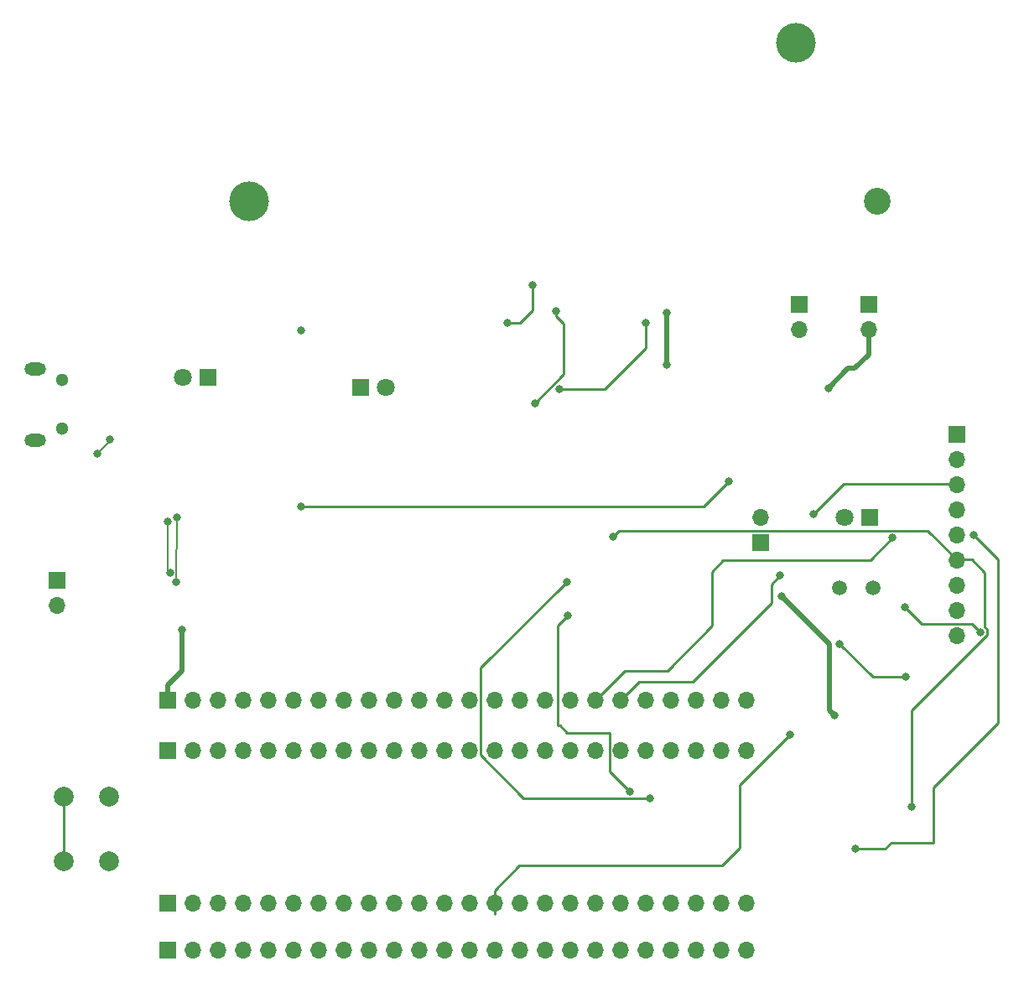
<source format=gbr>
%TF.GenerationSoftware,KiCad,Pcbnew,(7.0.0)*%
%TF.CreationDate,2023-04-24T10:58:27+02:00*%
%TF.ProjectId,Main Schematic,4d61696e-2053-4636-9865-6d617469632e,rev?*%
%TF.SameCoordinates,Original*%
%TF.FileFunction,Copper,L2,Bot*%
%TF.FilePolarity,Positive*%
%FSLAX46Y46*%
G04 Gerber Fmt 4.6, Leading zero omitted, Abs format (unit mm)*
G04 Created by KiCad (PCBNEW (7.0.0)) date 2023-04-24 10:58:27*
%MOMM*%
%LPD*%
G01*
G04 APERTURE LIST*
%TA.AperFunction,ComponentPad*%
%ADD10R,1.700000X1.700000*%
%TD*%
%TA.AperFunction,ComponentPad*%
%ADD11O,1.700000X1.700000*%
%TD*%
%TA.AperFunction,ComponentPad*%
%ADD12C,4.000000*%
%TD*%
%TA.AperFunction,ComponentPad*%
%ADD13C,2.700000*%
%TD*%
%TA.AperFunction,ComponentPad*%
%ADD14R,1.800000X1.800000*%
%TD*%
%TA.AperFunction,ComponentPad*%
%ADD15C,1.800000*%
%TD*%
%TA.AperFunction,ComponentPad*%
%ADD16C,1.300000*%
%TD*%
%TA.AperFunction,ComponentPad*%
%ADD17O,2.200000X1.300000*%
%TD*%
%TA.AperFunction,ComponentPad*%
%ADD18C,2.000000*%
%TD*%
%TA.AperFunction,ComponentPad*%
%ADD19C,1.500000*%
%TD*%
%TA.AperFunction,ViaPad*%
%ADD20C,0.800000*%
%TD*%
%TA.AperFunction,Conductor*%
%ADD21C,0.500000*%
%TD*%
%TA.AperFunction,Conductor*%
%ADD22C,0.250000*%
%TD*%
%TA.AperFunction,Conductor*%
%ADD23C,0.200000*%
%TD*%
G04 APERTURE END LIST*
D10*
%TO.P,J7,1,Pin_1*%
%TO.N,/USB D+*%
X104912885Y-96369186D03*
D11*
%TO.P,J7,2,Pin_2*%
%TO.N,/USB D-*%
X104912885Y-98909186D03*
%TD*%
D12*
%TO.P,BT1,*%
%TO.N,*%
X124312886Y-58109187D03*
X179512886Y-42109187D03*
D13*
X187732886Y-58109187D03*
%TD*%
D14*
%TO.P,D3,1,K*%
%TO.N,GND*%
X186894999Y-90049999D03*
D15*
%TO.P,D3,2,A*%
%TO.N,Net-(D3-A)*%
X184355000Y-90050000D03*
%TD*%
D10*
%TO.P,J3,1,Pin_1*%
%TO.N,/3.3V*%
X116052885Y-113599186D03*
D11*
%TO.P,J3,2,Pin_2*%
%TO.N,GND*%
X118592885Y-113599186D03*
%TO.P,J3,3,Pin_3*%
%TO.N,/PB9*%
X121132885Y-113599186D03*
%TO.P,J3,4,Pin_4*%
%TO.N,/PB8*%
X123672885Y-113599186D03*
%TO.P,J3,5,Pin_5*%
%TO.N,/BOOT*%
X126212885Y-113599186D03*
%TO.P,J3,6,Pin_6*%
%TO.N,/PB7*%
X128752885Y-113599186D03*
%TO.P,J3,7,Pin_7*%
%TO.N,/PB6*%
X131292885Y-113599186D03*
%TO.P,J3,8,Pin_8*%
%TO.N,/PB5*%
X133832885Y-113599186D03*
%TO.P,J3,9,Pin_9*%
%TO.N,/PB4*%
X136372885Y-113599186D03*
%TO.P,J3,10,Pin_10*%
%TO.N,/PB3*%
X138912885Y-113599186D03*
%TO.P,J3,11,Pin_11*%
%TO.N,/PA15*%
X141452885Y-113599186D03*
%TO.P,J3,12,Pin_12*%
%TO.N,/PA14*%
X143992885Y-113599186D03*
%TO.P,J3,13,Pin_13*%
%TO.N,/PF7*%
X146532885Y-113599186D03*
%TO.P,J3,14,Pin_14*%
%TO.N,/PF6*%
X149072885Y-113599186D03*
%TO.P,J3,15,Pin_15*%
%TO.N,/PA13*%
X151612885Y-113599186D03*
%TO.P,J3,16,Pin_16*%
%TO.N,/PA12*%
X154152885Y-113599186D03*
%TO.P,J3,17,Pin_17*%
%TO.N,/PA11*%
X156692885Y-113599186D03*
%TO.P,J3,18,Pin_18*%
%TO.N,/RXD*%
X159232885Y-113599186D03*
%TO.P,J3,19,Pin_19*%
%TO.N,/TXD*%
X161772885Y-113599186D03*
%TO.P,J3,20,Pin_20*%
%TO.N,/PA8*%
X164312885Y-113599186D03*
%TO.P,J3,21,Pin_21*%
%TO.N,/PB15*%
X166852885Y-113599186D03*
%TO.P,J3,22,Pin_22*%
%TO.N,/PB14*%
X169392885Y-113599186D03*
%TO.P,J3,23,Pin_23*%
%TO.N,/PB13*%
X171932885Y-113599186D03*
%TO.P,J3,24,Pin_24*%
%TO.N,/WRITE*%
X174472885Y-113599186D03*
%TD*%
D10*
%TO.P,J8,1,Pin_1*%
%TO.N,/3.3V*%
X116052885Y-108519186D03*
D11*
%TO.P,J8,2,Pin_2*%
%TO.N,GND*%
X118592885Y-108519186D03*
%TO.P,J8,3,Pin_3*%
%TO.N,/PB9*%
X121132885Y-108519186D03*
%TO.P,J8,4,Pin_4*%
%TO.N,/PB8*%
X123672885Y-108519186D03*
%TO.P,J8,5,Pin_5*%
%TO.N,/BOOT*%
X126212885Y-108519186D03*
%TO.P,J8,6,Pin_6*%
%TO.N,/PB7*%
X128752885Y-108519186D03*
%TO.P,J8,7,Pin_7*%
%TO.N,/PB6*%
X131292885Y-108519186D03*
%TO.P,J8,8,Pin_8*%
%TO.N,/PB5*%
X133832885Y-108519186D03*
%TO.P,J8,9,Pin_9*%
%TO.N,/PB4*%
X136372885Y-108519186D03*
%TO.P,J8,10,Pin_10*%
%TO.N,/PB3*%
X138912885Y-108519186D03*
%TO.P,J8,11,Pin_11*%
%TO.N,/PA15*%
X141452885Y-108519186D03*
%TO.P,J8,12,Pin_12*%
%TO.N,/PA14*%
X143992885Y-108519186D03*
%TO.P,J8,13,Pin_13*%
%TO.N,/PF7*%
X146532885Y-108519186D03*
%TO.P,J8,14,Pin_14*%
%TO.N,/PF6*%
X149072885Y-108519186D03*
%TO.P,J8,15,Pin_15*%
%TO.N,/PA13*%
X151612885Y-108519186D03*
%TO.P,J8,16,Pin_16*%
%TO.N,/PA12*%
X154152885Y-108519186D03*
%TO.P,J8,17,Pin_17*%
%TO.N,/PA11*%
X156692885Y-108519186D03*
%TO.P,J8,18,Pin_18*%
%TO.N,/RXD*%
X159232885Y-108519186D03*
%TO.P,J8,19,Pin_19*%
%TO.N,/TXD*%
X161772885Y-108519186D03*
%TO.P,J8,20,Pin_20*%
%TO.N,/PA8*%
X164312885Y-108519186D03*
%TO.P,J8,21,Pin_21*%
%TO.N,/PB15*%
X166852885Y-108519186D03*
%TO.P,J8,22,Pin_22*%
%TO.N,/PB14*%
X169392885Y-108519186D03*
%TO.P,J8,23,Pin_23*%
%TO.N,/PB13*%
X171932885Y-108519186D03*
%TO.P,J8,24,Pin_24*%
%TO.N,/WRITE*%
X174472885Y-108519186D03*
%TD*%
D10*
%TO.P,J10,1,Pin_1*%
%TO.N,/3.3V*%
X175909999Y-92559999D03*
D11*
%TO.P,J10,2,Pin_2*%
X175909999Y-90019999D03*
%TD*%
D14*
%TO.P,D4,1,K*%
%TO.N,GND*%
X120159999Y-75939999D03*
D15*
%TO.P,D4,2,A*%
%TO.N,Net-(D4-A)*%
X117620000Y-75940000D03*
%TD*%
D14*
%TO.P,D1,1,K*%
%TO.N,Net-(D1-K)*%
X135572885Y-76909186D03*
D15*
%TO.P,D1,2,A*%
%TO.N,Net-(D1-A)*%
X138112886Y-76909187D03*
%TD*%
D10*
%TO.P,J1,1,Pin_1*%
%TO.N,/3.3V*%
X116079999Y-129009999D03*
D11*
%TO.P,J1,2,Pin_2*%
%TO.N,/PC13*%
X118619999Y-129009999D03*
%TO.P,J1,3,Pin_3*%
%TO.N,/PC14*%
X121159999Y-129009999D03*
%TO.P,J1,4,Pin_4*%
%TO.N,/PC15*%
X123699999Y-129009999D03*
%TO.P,J1,5,Pin_5*%
%TO.N,/PF0*%
X126239999Y-129009999D03*
%TO.P,J1,6,Pin_6*%
%TO.N,/PF1*%
X128779999Y-129009999D03*
%TO.P,J1,7,Pin_7*%
%TO.N,/NRST*%
X131319999Y-129009999D03*
%TO.P,J1,8,Pin_8*%
%TO.N,GND*%
X133859999Y-129009999D03*
%TO.P,J1,9,Pin_9*%
%TO.N,/3.3V*%
X136399999Y-129009999D03*
%TO.P,J1,10,Pin_10*%
%TO.N,/PA0*%
X138939999Y-129009999D03*
%TO.P,J1,11,Pin_11*%
%TO.N,/PA1*%
X141479999Y-129009999D03*
%TO.P,J1,12,Pin_12*%
%TO.N,/PA2*%
X144019999Y-129009999D03*
%TO.P,J1,13,Pin_13*%
%TO.N,/PA3*%
X146559999Y-129009999D03*
%TO.P,J1,14,Pin_14*%
%TO.N,/ADC*%
X149099999Y-129009999D03*
%TO.P,J1,15,Pin_15*%
%TO.N,/PA5*%
X151639999Y-129009999D03*
%TO.P,J1,16,Pin_16*%
%TO.N,/PA6*%
X154179999Y-129009999D03*
%TO.P,J1,17,Pin_17*%
%TO.N,/PA7*%
X156719999Y-129009999D03*
%TO.P,J1,18,Pin_18*%
%TO.N,/PB0*%
X159259999Y-129009999D03*
%TO.P,J1,19,Pin_19*%
%TO.N,/PB1*%
X161799999Y-129009999D03*
%TO.P,J1,20,Pin_20*%
%TO.N,/OS*%
X164339999Y-129009999D03*
%TO.P,J1,21,Pin_21*%
%TO.N,/SCL*%
X166879999Y-129009999D03*
%TO.P,J1,22,Pin_22*%
%TO.N,/SDL*%
X169419999Y-129009999D03*
%TO.P,J1,23,Pin_23*%
%TO.N,GND*%
X171959999Y-129009999D03*
%TO.P,J1,24,Pin_24*%
%TO.N,/3.3V*%
X174499999Y-129009999D03*
%TD*%
D10*
%TO.P,J4,1,Pin_1*%
%TO.N,/Power Unit/V1*%
X186812885Y-68569186D03*
D11*
%TO.P,J4,2,Pin_2*%
%TO.N,Net-(#FLG02-pwr)*%
X186812885Y-71109186D03*
%TD*%
D10*
%TO.P,J5,1,Pin_1*%
%TO.N,Net-(#FLG02-pwr)*%
X179812885Y-68569186D03*
D11*
%TO.P,J5,2,Pin_2*%
%TO.N,/5V*%
X179812885Y-71109186D03*
%TD*%
D10*
%TO.P,J11,1,Pin_1*%
%TO.N,GND*%
X195719999Y-81619999D03*
D11*
%TO.P,J11,2,Pin_2*%
%TO.N,/RXD*%
X195719999Y-84159999D03*
%TO.P,J11,3,Pin_3*%
%TO.N,/TXD*%
X195719999Y-86699999D03*
%TO.P,J11,4,Pin_4*%
%TO.N,/WRITE*%
X195719999Y-89239999D03*
%TO.P,J11,5,Pin_5*%
%TO.N,/SCL*%
X195719999Y-91779999D03*
%TO.P,J11,6,Pin_6*%
%TO.N,/SDL*%
X195719999Y-94319999D03*
%TO.P,J11,7,Pin_7*%
%TO.N,/ADC*%
X195719999Y-96859999D03*
%TO.P,J11,8,Pin_8*%
%TO.N,/5V*%
X195719999Y-99399999D03*
%TO.P,J11,9,Pin_9*%
%TO.N,/3.3V*%
X195719999Y-101939999D03*
%TD*%
D16*
%TO.P,J6,6,Shield*%
%TO.N,GND*%
X105369554Y-81037943D03*
D17*
%TO.P,J6,7*%
%TO.N,N/C*%
X102699500Y-82212948D03*
%TO.P,J6,8*%
X102699500Y-75013050D03*
D16*
%TO.P,J6,9*%
X105369554Y-76188057D03*
%TD*%
D18*
%TO.P,SW1,1,1*%
%TO.N,GND*%
X110112886Y-118209187D03*
X110112886Y-124709187D03*
%TO.P,SW1,2,2*%
%TO.N,/NRST*%
X105612886Y-118209187D03*
X105612886Y-124709187D03*
%TD*%
D19*
%TO.P,R10,1*%
%TO.N,/ADC*%
X183912886Y-97109187D03*
%TO.P,R10,2*%
%TO.N,GND*%
X187312886Y-97109187D03*
%TD*%
D10*
%TO.P,J9,1,Pin_1*%
%TO.N,/NRST*%
X116052885Y-133730999D03*
D11*
%TO.P,J9,2,Pin_2*%
%TO.N,/PC13*%
X118592885Y-133730999D03*
%TO.P,J9,3,Pin_3*%
%TO.N,/PC14*%
X121132885Y-133730999D03*
%TO.P,J9,4,Pin_4*%
%TO.N,/PC15*%
X123672885Y-133730999D03*
%TO.P,J9,5,Pin_5*%
%TO.N,/PF0*%
X126212885Y-133730999D03*
%TO.P,J9,6,Pin_6*%
%TO.N,/PF1*%
X128752885Y-133730999D03*
%TO.P,J9,7,Pin_7*%
%TO.N,/NRST*%
X131292885Y-133730999D03*
%TO.P,J9,8,Pin_8*%
%TO.N,GND*%
X133832885Y-133730999D03*
%TO.P,J9,9,Pin_9*%
%TO.N,/3.3V*%
X136372885Y-133730999D03*
%TO.P,J9,10,Pin_10*%
%TO.N,/PA0*%
X138912885Y-133730999D03*
%TO.P,J9,11,Pin_11*%
%TO.N,/PA1*%
X141452885Y-133730999D03*
%TO.P,J9,12,Pin_12*%
%TO.N,/PA2*%
X143992885Y-133730999D03*
%TO.P,J9,13,Pin_13*%
%TO.N,/PA3*%
X146532885Y-133730999D03*
%TO.P,J9,14,Pin_14*%
%TO.N,/ADC*%
X149072885Y-133730999D03*
%TO.P,J9,15,Pin_15*%
%TO.N,/PA5*%
X151612885Y-133730999D03*
%TO.P,J9,16,Pin_16*%
%TO.N,/PA6*%
X154152885Y-133730999D03*
%TO.P,J9,17,Pin_17*%
%TO.N,/PA7*%
X156692885Y-133730999D03*
%TO.P,J9,18,Pin_18*%
%TO.N,/PB0*%
X159232885Y-133730999D03*
%TO.P,J9,19,Pin_19*%
%TO.N,/PB1*%
X161772885Y-133730999D03*
%TO.P,J9,20,Pin_20*%
%TO.N,/OS*%
X164312885Y-133730999D03*
%TO.P,J9,21,Pin_21*%
%TO.N,/SCL*%
X166852885Y-133730999D03*
%TO.P,J9,22,Pin_22*%
%TO.N,/SDL*%
X169392885Y-133730999D03*
%TO.P,J9,23,Pin_23*%
%TO.N,GND*%
X171932885Y-133730999D03*
%TO.P,J9,24,Pin_24*%
%TO.N,/3.3V*%
X174472885Y-133730999D03*
%TD*%
D20*
%TO.N,/Power Unit/V1*%
X166462886Y-69359187D03*
X166462886Y-74609187D03*
%TO.N,GND*%
X172720000Y-86360000D03*
X129540000Y-88900000D03*
X129540000Y-71120000D03*
X190500000Y-99060000D03*
X198120000Y-101600000D03*
%TO.N,/3.3V*%
X183362886Y-110009187D03*
X178012886Y-97959187D03*
X117475000Y-101346000D03*
%TO.N,/Power Unit/OC*%
X153162000Y-78486000D03*
X155310000Y-69230000D03*
%TO.N,Net-(IC1-CS)*%
X150362886Y-70389187D03*
X152902886Y-66579187D03*
%TO.N,/Power Unit/OD*%
X155612886Y-77109187D03*
X164332886Y-70384687D03*
%TO.N,/SDL*%
X161000000Y-92000000D03*
X191162886Y-119209187D03*
%TO.N,/SCL*%
X197440000Y-91830000D03*
X164760000Y-118410000D03*
X156337000Y-96520000D03*
X185500000Y-123500000D03*
%TO.N,/OS*%
X156450000Y-99950000D03*
X162687000Y-117729000D03*
X162687000Y-117729000D03*
%TO.N,/ADC*%
X178862886Y-111959187D03*
X190612886Y-106159187D03*
X183880000Y-102820000D03*
%TO.N,/RXD*%
X189262886Y-92109187D03*
%TO.N,/USB D+*%
X116078000Y-90424000D03*
X116332000Y-95631000D03*
%TO.N,/USB D-*%
X110236000Y-82169000D03*
X108966000Y-83566000D03*
X116960000Y-96550000D03*
X116967000Y-90043000D03*
%TO.N,/TXD*%
X181290000Y-89710000D03*
X177912886Y-95909187D03*
%TO.N,Net-(#FLG02-pwr)*%
X182762886Y-77009187D03*
%TD*%
D21*
%TO.N,/Power Unit/V1*%
X166462886Y-74609187D02*
X166462886Y-69359187D01*
D22*
%TO.N,GND*%
X190500000Y-99060000D02*
X192210000Y-100770000D01*
X129540000Y-88900000D02*
X170180000Y-88900000D01*
X192210000Y-100770000D02*
X197290000Y-100770000D01*
X170180000Y-88900000D02*
X172720000Y-86360000D01*
X197290000Y-100770000D02*
X198120000Y-101600000D01*
D21*
%TO.N,/3.3V*%
X117500000Y-105500000D02*
X116052886Y-106947114D01*
X117475000Y-101346000D02*
X117500000Y-101371000D01*
X117500000Y-101321000D02*
X117475000Y-101346000D01*
X182837886Y-102784187D02*
X178012886Y-97959187D01*
X182837886Y-109484187D02*
X182837886Y-102784187D01*
X116052886Y-106947114D02*
X116052886Y-108519187D01*
X117500000Y-101371000D02*
X117500000Y-105500000D01*
X183362886Y-110009187D02*
X182837886Y-109484187D01*
D22*
%TO.N,/Power Unit/OC*%
X156062886Y-70509187D02*
X156062886Y-75585114D01*
X155310000Y-69756301D02*
X156062886Y-70509187D01*
X156062886Y-75585114D02*
X153162000Y-78486000D01*
X155310000Y-69230000D02*
X155310000Y-69756301D01*
%TO.N,Net-(IC1-CS)*%
X150362886Y-70389187D02*
X151632886Y-70389187D01*
X151632886Y-70389187D02*
X152902886Y-69119187D01*
X152902886Y-69119187D02*
X152902886Y-66579187D01*
%TO.N,/Power Unit/OD*%
X164332886Y-72929187D02*
X164332886Y-70384687D01*
X160152886Y-77109187D02*
X164332886Y-72929187D01*
X157112886Y-77109187D02*
X160152886Y-77109187D01*
X155612886Y-77109187D02*
X157112886Y-77109187D01*
%TO.N,/SDL*%
X198771500Y-101330139D02*
X198562886Y-101121525D01*
X191162886Y-109478475D02*
X198771500Y-101869861D01*
X195712886Y-94309187D02*
X192787886Y-91384187D01*
X198562886Y-95609187D02*
X197262886Y-94309187D01*
X192787886Y-91384187D02*
X161615813Y-91384187D01*
X198562886Y-101121525D02*
X198562886Y-95609187D01*
X197262886Y-94309187D02*
X195712886Y-94309187D01*
X198771500Y-101869861D02*
X198771500Y-101330139D01*
X161615813Y-91384187D02*
X161000000Y-92000000D01*
X191162886Y-119209187D02*
X191162886Y-109478475D01*
%TO.N,/SCL*%
X197440000Y-91830000D02*
X197440000Y-91830000D01*
X193412886Y-117309187D02*
X199912886Y-110809187D01*
X199912886Y-110809187D02*
X199912886Y-94302886D01*
X189140813Y-122859187D02*
X193412886Y-122859187D01*
X193412886Y-122859187D02*
X193412886Y-117309187D01*
X185500000Y-123500000D02*
X188500000Y-123500000D01*
X152002000Y-118381000D02*
X147634886Y-114013886D01*
X164575000Y-118381000D02*
X152002000Y-118381000D01*
X199912886Y-94302886D02*
X197440000Y-91830000D01*
X147634886Y-114013886D02*
X147634886Y-105222114D01*
X197440000Y-91830000D02*
X197490000Y-91880000D01*
X188500000Y-123500000D02*
X189140813Y-122859187D01*
X147634886Y-105222114D02*
X156337000Y-96520000D01*
X197440000Y-91830000D02*
X197440000Y-91830000D01*
%TO.N,/OS*%
X155499837Y-111049837D02*
X155448000Y-110998000D01*
X156463000Y-99950000D02*
X155448000Y-100965000D01*
X156412163Y-111760000D02*
X160670886Y-111760000D01*
X162687000Y-117729000D02*
X160670886Y-115712886D01*
X160670886Y-115712886D02*
X160670886Y-111760000D01*
X155702000Y-111049837D02*
X156412163Y-111760000D01*
X156450000Y-99950000D02*
X156463000Y-99950000D01*
X156406735Y-100006265D02*
X156450000Y-99963000D01*
X155702000Y-111049837D02*
X155499837Y-111049837D01*
X155448000Y-101046398D02*
X155448000Y-110998000D01*
X156450000Y-99963000D02*
X156450000Y-99950000D01*
%TO.N,/NRST*%
X105612886Y-118209187D02*
X105612886Y-124709187D01*
%TO.N,/ADC*%
X187262886Y-106159187D02*
X183923699Y-102820000D01*
X173812886Y-117009187D02*
X173812886Y-123409187D01*
X183880000Y-102820000D02*
X183880000Y-102776301D01*
X178862886Y-111959187D02*
X173812886Y-117009187D01*
X151562886Y-125209187D02*
X149072886Y-127699187D01*
X172012886Y-125209187D02*
X151562886Y-125209187D01*
X190612886Y-106159187D02*
X187262886Y-106159187D01*
X183880000Y-102776301D02*
X183912886Y-102809187D01*
X149072886Y-127699187D02*
X149072886Y-130109187D01*
X173812886Y-123409187D02*
X172012886Y-125209187D01*
X183923699Y-102820000D02*
X183880000Y-102820000D01*
%TO.N,/RXD*%
X171000000Y-101000000D02*
X166500000Y-105500000D01*
X189262886Y-92109187D02*
X187012073Y-94360000D01*
X162252073Y-105500000D02*
X159232886Y-108519187D01*
X172140000Y-94360000D02*
X171000000Y-95500000D01*
X166500000Y-105500000D02*
X162252073Y-105500000D01*
X187012073Y-94360000D02*
X172140000Y-94360000D01*
X171000000Y-95500000D02*
X171000000Y-101000000D01*
D23*
%TO.N,/USB D+*%
X116078000Y-95250000D02*
X116332000Y-95504000D01*
X116078000Y-90424000D02*
X116078000Y-93472000D01*
X116459000Y-95631000D02*
X116586000Y-95758000D01*
X116078000Y-93472000D02*
X116078000Y-95250000D01*
X116332000Y-95631000D02*
X116459000Y-95631000D01*
X116332000Y-95504000D02*
X116332000Y-95631000D01*
%TO.N,/USB D-*%
X116967000Y-90043000D02*
X116960000Y-96550000D01*
X110236000Y-82296000D02*
X110236000Y-82169000D01*
X108966000Y-83566000D02*
X110236000Y-82296000D01*
X116960000Y-96550000D02*
X116967000Y-96527000D01*
D22*
%TO.N,/TXD*%
X177035000Y-96787073D02*
X177035000Y-98665000D01*
X177035000Y-98665000D02*
X169040813Y-106659187D01*
X169040813Y-106659187D02*
X163632886Y-106659187D01*
X163632886Y-106659187D02*
X161772886Y-108519187D01*
X181290000Y-89710000D02*
X184310813Y-86689187D01*
X177912886Y-95909187D02*
X177035000Y-96787073D01*
X184310813Y-86689187D02*
X195712886Y-86689187D01*
D21*
%TO.N,Net-(#FLG02-pwr)*%
X182762886Y-77009187D02*
X184762886Y-75009187D01*
X184762886Y-75009187D02*
X185430813Y-75009187D01*
X186812886Y-73627114D02*
X186812886Y-71109187D01*
X185430813Y-75009187D02*
X186812886Y-73627114D01*
%TD*%
M02*

</source>
